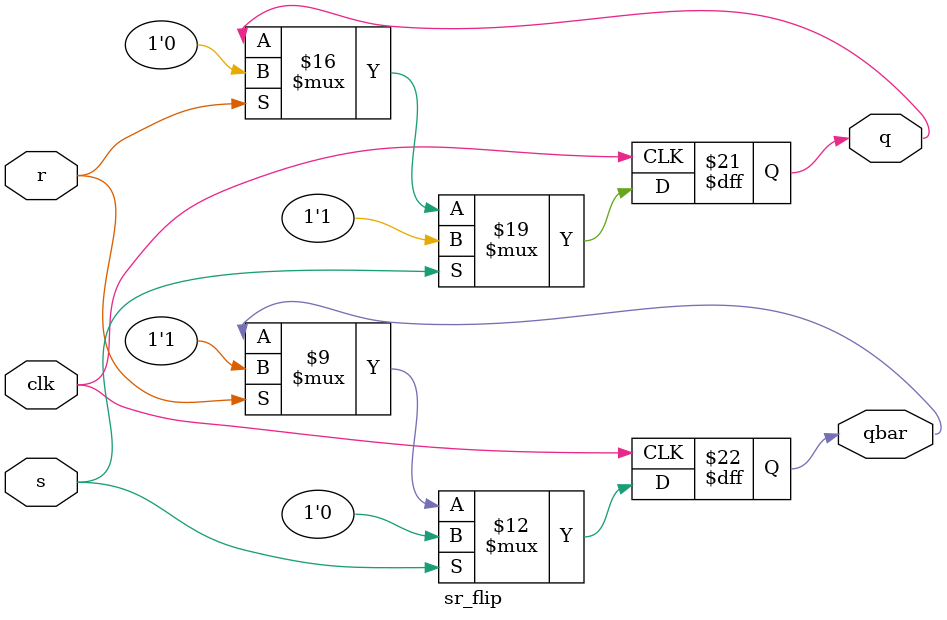
<source format=v>
module sr_flip(s,r,clk,q,qbar);
input s,r,clk;
output reg q,qbar;
always@(posedge clk)
begin
if(s==1)
begin
q<= 1;
qbar<= 0;
end

else if(r==1)
begin
q<= 0;
qbar <= 1;
end 

else if(s==0 & r==0)
begin
q<=q;
qbar<=qbar;
end
end
endmodule

</source>
